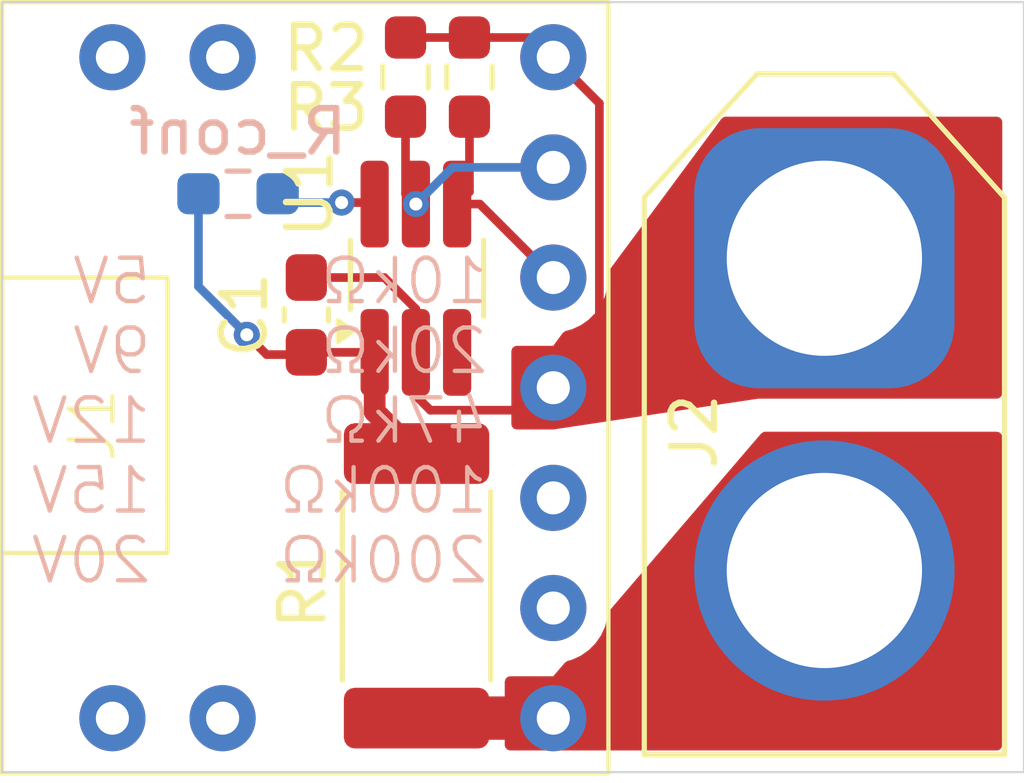
<source format=kicad_pcb>
(kicad_pcb (version 20240108) (generator "pcbnew") (generator_version "8.0")
  (layers (0 "F.Cu" signal) (31 "B.Cu" signal) (34 "B.Paste" user) (35 "F.Paste" user) (36 "B.SilkS" user "B.Silkscreen") (37 "F.SilkS" user "F.Silkscreen") (38 "B.Mask" user) (39 "F.Mask" user) (44 "Edge.Cuts" user))
  (net 0 "")
  (net 1 "Net-(U1-VDD)")
  (net 2 "GND")
  (net 4 "VBUS")
  (net 6 "Net-(J1-CC2)")
  (net 7 "Net-(J1-CC1)")
  (net 8 "Net-(U1-CFG)")
  (footprint "USB_DIP:USB_DIP" (layer "F.Cu") (at 55.2212 53.9512 180)
    (property "Reference" "J1" (at 11.8888 8.028 90) (layer "F.SilkS") (effects (font (thickness 0.1))))
    (property "Value" "~")
    (fp_rect (start 10.16 5.08) (end 13.97 11.43) (stroke (width 0.1)) (fill none) (layer "F.SilkS"))
    (fp_rect (start 0 0) (end 13.97 17.78) (stroke (width 0.1)) (fill none) (layer "F.SilkS"))
    (pad "1" thru_hole circle (at 1.27 1.27 180) (size 1.524 1.524) (drill 0.762) (layers "*.Cu" "*.Mask") (net 4 "VBUS"))
    (pad "2" thru_hole circle (at 1.27 3.81 180) (size 1.524 1.524) (drill 0.762) (layers "*.Cu" "*.Mask"))
    (pad "3" thru_hole circle (at 1.27 6.35 180) (size 1.524 1.524) (drill 0.762) (layers "*.Cu" "*.Mask"))
    (pad "4" thru_hole circle (at 1.27 8.89 180) (size 1.524 1.524) (drill 0.762) (layers "*.Cu" "*.Mask") (net 2 "GND"))
    (pad "5" thru_hole circle (at 1.27 11.43 180) (size 1.524 1.524) (drill 0.762) (layers "*.Cu" "*.Mask") (net 7 "Net-(J1-CC1)"))
    (pad "6" thru_hole circle (at 1.27 13.97 180) (size 1.524 1.524) (drill 0.762) (layers "*.Cu" "*.Mask") (net 6 "Net-(J1-CC2)"))
    (pad "7" thru_hole circle (at 1.27 16.51 180) (size 1.524 1.524) (drill 0.762) (layers "*.Cu" "*.Mask") (net 2 "GND"))
    (pad "8" thru_hole circle (at 8.89 1.27 180) (size 1.524 1.524) (drill 0.762) (layers "*.Cu" "*.Mask"))
    (pad "9" thru_hole circle (at 11.43 1.27 180) (size 1.524 1.524) (drill 0.762) (layers "*.Cu" "*.Mask"))
    (pad "10" thru_hole circle (at 8.89 16.51 180) (size 1.524 1.524) (drill 0.762) (layers "*.Cu" "*.Mask"))
    (pad "11" thru_hole circle (at 11.43 16.51 180) (size 1.524 1.524) (drill 0.762) (layers "*.Cu" "*.Mask"))
  )
  (footprint "Connector_AMASS:AMASS_XT60-M_1x02_P7.20mm_Vertical" (layer "F.Cu") (at 60.198 42.076 -90)
    (property "Reference" "J2" (at 3.9996 2.9972 90) (layer "F.SilkS"))
    (property "Value" "Conn_01x02")
    (fp_line (start -1.4 4.15) (end 11.45 4.15) (stroke (width 0.12)) (layer "F.SilkS"))
    (fp_line (start 11.45 4.15) (end 11.45 -4.15) (stroke (width 0.12)) (layer "F.SilkS"))
    (fp_line (start -4.25 1.55) (end -1.4 4.15) (stroke (width 0.12)) (layer "F.SilkS"))
    (fp_line (start -4.25 -1.6) (end -4.25 1.55) (stroke (width 0.12)) (layer "F.SilkS"))
    (fp_line (start -1.4 -4.15) (end -4.25 -1.6) (stroke (width 0.12)) (layer "F.SilkS"))
    (fp_line (start 11.45 -4.15) (end -1.4 -4.15) (stroke (width 0.12)) (layer "F.SilkS"))
    (pad "1" thru_hole roundrect (at 0 0 270) (size 6 6) (drill 4.5) (layers "*.Cu" "*.Mask") (net 2 "GND"))
    (pad "2" thru_hole circle (at 7.2 0 270) (size 6 6) (drill 4.5) (layers "*.Cu" "*.Mask") (net 4 "VBUS"))
  )
  (footprint "Resistor_SMD:R_0603_1608Metric_Pad0.98x0.95mm_HandSolder" (layer "F.Cu") (at 50.546 37.8987 90)
    (property "Reference" "R3" (at -0.7093 -1.8288 0) (layer "F.SilkS"))
    (property "Value" "5.1k")
    (fp_line (start -0.254724 -0.5225) (end 0.254724 -0.5225) (stroke (width 0.12)) (layer "F.SilkS"))
    (fp_line (start -0.254724 0.5225) (end 0.254724 0.5225) (stroke (width 0.12)) (layer "F.SilkS"))
    (pad "1" smd roundrect (at -0.9125 0 90) (size 0.975 0.95) (layers "F.Cu" "F.Paste" "F.Mask") (net 6 "Net-(J1-CC2)"))
    (pad "2" smd roundrect (at 0.9125 0 90) (size 0.975 0.95) (layers "F.Cu" "F.Paste" "F.Mask") (net 2 "GND"))
  )
  (footprint "Capacitor_SMD:C_0603_1608Metric_Pad1.08x0.95mm_HandSolder" (layer "F.Cu") (at 48.26 43.3832 90)
    (property "Reference" "C1" (at 0 -1.43 90) (layer "F.SilkS"))
    (property "Value" "1uF")
    (fp_line (start -0.146267 -0.51) (end 0.146267 -0.51) (stroke (width 0.12)) (layer "F.SilkS"))
    (fp_line (start -0.146267 0.51) (end 0.146267 0.51) (stroke (width 0.12)) (layer "F.SilkS"))
    (pad "1" smd roundrect (at -0.8625 0 90) (size 1.075 0.95) (layers "F.Cu" "F.Paste" "F.Mask") (net 1 "Net-(U1-VDD)"))
    (pad "2" smd roundrect (at 0.8625 0 90) (size 1.075 0.95) (layers "F.Cu" "F.Paste" "F.Mask") (net 2 "GND"))
  )
  (footprint "Package_TO_SOT_SMD:TSOT-23-6_HandSoldering" (layer "F.Cu") (at 50.7848 42.5368 90)
    (property "Reference" "U1" (at 1.9476 -2.4477 90) (layer "F.SilkS"))
    (property "Value" "~")
    (fp_line (start 0.08 -1.51) (end 0.88 -1.51) (stroke (width 0.12)) (layer "F.SilkS"))
    (fp_line (start 0.08 -1.51) (end -0.72 -1.51) (stroke (width 0.12)) (layer "F.SilkS"))
    (fp_line (start -0.88 1.56) (end 0.88 1.56) (stroke (width 0.12)) (layer "F.SilkS"))
    (fp_poly (pts (xy -1.22 -1.46) (xy -1.46 -1.79) (xy -0.98 -1.79) (xy -1.22 -1.46)) (stroke (width 0.12)) (fill solid) (layer "F.SilkS"))
    (pad "1" smd roundrect (at -1.71 -0.95 90) (size 2 0.65) (layers "F.Cu" "F.Paste" "F.Mask") (net 1 "Net-(U1-VDD)"))
    (pad "2" smd roundrect (at -1.71 0 90) (size 2 0.65) (layers "F.Cu" "F.Paste" "F.Mask") (net 2 "GND"))
    (pad "3" smd roundrect (at -1.71 0.95 90) (size 2 0.65) (layers "F.Cu" "F.Paste" "F.Mask"))
    (pad "4" smd roundrect (at 1.71 0.95 90) (size 2 0.65) (layers "F.Cu" "F.Paste" "F.Mask") (net 7 "Net-(J1-CC1)"))
    (pad "5" smd roundrect (at 1.71 0 90) (size 2 0.65) (layers "F.Cu" "F.Paste" "F.Mask") (net 6 "Net-(J1-CC2)"))
    (pad "6" smd roundrect (at 1.71 -0.95 90) (size 2 0.65) (layers "F.Cu" "F.Paste" "F.Mask") (net 8 "Net-(U1-CFG)"))
  )
  (footprint "Resistor_SMD:R_2512_6332Metric_Pad1.40x3.35mm_HandSolder" (layer "F.Cu") (at 50.8 49.6296 90)
    (property "Reference" "R1" (at 0 -2.62 90) (layer "F.SilkS"))
    (property "Value" "1k")
    (fp_line (start -2.177064 -1.71) (end 2.177064 -1.71) (stroke (width 0.12)) (layer "F.SilkS"))
    (fp_line (start -2.177064 1.71) (end 2.177064 1.71) (stroke (width 0.12)) (layer "F.SilkS"))
    (pad "1" smd roundrect (at -3.05 0 90) (size 1.4 3.35) (layers "F.Cu" "F.Paste" "F.Mask") (roundrect_rratio 0.178571) (net 4 "VBUS"))
    (pad "2" smd roundrect (at 3.05 0 90) (size 1.4 3.35) (layers "F.Cu" "F.Paste" "F.Mask") (roundrect_rratio 0.178571) (net 1 "Net-(U1-VDD)"))
  )
  (footprint "Resistor_SMD:R_0603_1608Metric_Pad0.98x0.95mm_HandSolder" (layer "F.Cu") (at 52.0192 37.8987 90)
    (property "Reference" "R2" (at 0.6623 -3.302 0) (layer "F.SilkS"))
    (property "Value" "5.1k")
    (fp_line (start -0.254724 -0.5225) (end 0.254724 -0.5225) (stroke (width 0.12)) (layer "F.SilkS"))
    (fp_line (start -0.254724 0.5225) (end 0.254724 0.5225) (stroke (width 0.12)) (layer "F.SilkS"))
    (pad "1" smd roundrect (at -0.9125 0 90) (size 0.975 0.95) (layers "F.Cu" "F.Paste" "F.Mask") (net 7 "Net-(J1-CC1)"))
    (pad "2" smd roundrect (at 0.9125 0 90) (size 0.975 0.95) (layers "F.Cu" "F.Paste" "F.Mask") (net 2 "GND"))
  )
  (footprint "Resistor_SMD:R_0603_1608Metric_Pad0.98x0.95mm_HandSolder" (layer "B.Cu") (at 46.6871 40.5892 180)
    (property "Reference" "R_conf" (at 0 1.43 0) (layer "B.SilkS") (effects (justify mirror)))
    (property "Value" "10k~200k")
    (fp_line (start 0.254724 0.5225) (end -0.254724 0.5225) (stroke (width 0.12)) (layer "B.SilkS"))
    (fp_line (start 0.254724 -0.5225) (end -0.254724 -0.5225) (stroke (width 0.12)) (layer "B.SilkS"))
    (pad "1" smd roundrect (at -0.9125 0 180) (size 0.975 0.95) (layers "B.Cu" "B.Paste" "B.Mask") (net 8 "Net-(U1-CFG)"))
    (pad "2" smd roundrect (at 0.9125 0 180) (size 0.975 0.95) (layers "B.Cu" "B.Paste" "B.Mask") (net 1 "Net-(U1-VDD)"))
  )
  (gr_rect (start 41.2512 36.1712) (end 64.798 53.926) (stroke (width 0.05)) (fill none) (layer "Edge.Cuts"))
  (gr_text "10kΩ	5V\n20kΩ	9V\n47kΩ	12V\n100kΩ	15V\n200kΩ	20V" (at 52.51 49.6296 0) (layer "B.SilkS") (effects (font (size 1 1) (thickness 0.1)) (justify left bottom mirror)))
  (segment (start 48.2081 44.2976) (end 48.26 44.2457) (width 0.2) (layer "F.Cu") (net 1))
  (segment (start 49.8348 45.6144) (end 49.8348 44.2468) (width 0.5) (layer "F.Cu") (net 1))
  (segment (start 48.26 44.2457) (end 49.8337 44.2457) (width 0.2) (layer "F.Cu") (net 1))
  (segment (start 50.8 46.5796) (end 49.8348 45.6144) (width 0.5) (layer "F.Cu") (net 1))
  (segment (start 46.8884 43.8404) (end 47.3456 44.2976) (width 0.2) (layer "F.Cu") (net 1))
  (segment (start 47.3456 44.2976) (end 48.2081 44.2976) (width 0.2) (layer "F.Cu") (net 1))
  (segment (start 49.8337 44.2457) (end 49.8348 44.2468) (width 0.2) (layer "F.Cu") (net 1))
  (via (at 46.8884 43.8404) (size 0.6) (drill 0.3) (layers "F.Cu" "B.Cu") (net 1))
  (segment (start 45.7746 40.5892) (end 45.7746 42.7266) (width 0.2) (layer "B.Cu") (net 1))
  (segment (start 45.7746 42.7266) (end 46.8884 43.8404) (width 0.2) (layer "B.Cu") (net 1))
  (segment (start 53.4328 45.5796) (end 53.9512 45.0612) (width 0.2) (layer "F.Cu") (net 2))
  (segment (start 53.4962 36.9862) (end 53.9512 37.4412) (width 0.2) (layer "F.Cu") (net 2))
  (segment (start 55.0132 43.9992) (end 53.9512 45.0612) (width 0.2) (layer "F.Cu") (net 2))
  (segment (start 50.7848 44.2468) (end 50.7848 45.246799) (width 0.2) (layer "F.Cu") (net 2))
  (segment (start 50.7848 44.2468) (end 50.7848 43.246801) (width 0.2) (layer "F.Cu") (net 2))
  (segment (start 50.7848 43.246801) (end 50.058699 42.5207) (width 0.2) (layer "F.Cu") (net 2))
  (segment (start 51.117601 45.5796) (end 53.4328 45.5796) (width 0.2) (layer "F.Cu") (net 2))
  (segment (start 50.546 36.9862) (end 52.0192 36.9862) (width 0.2) (layer "F.Cu") (net 2))
  (segment (start 55.0132 38.5032) (end 55.0132 43.9992) (width 0.2) (layer "F.Cu") (net 2))
  (segment (start 50.058699 42.5207) (end 48.26 42.5207) (width 0.2) (layer "F.Cu") (net 2))
  (segment (start 53.9512 37.4412) (end 55.0132 38.5032) (width 0.2) (layer "F.Cu") (net 2))
  (segment (start 50.7848 45.246799) (end 51.117601 45.5796) (width 0.2) (layer "F.Cu") (net 2))
  (segment (start 52.0192 36.9862) (end 53.4962 36.9862) (width 0.2) (layer "F.Cu") (net 2))
  (segment (start 50.8 52.6796) (end 53.9496 52.6796) (width 1) (layer "F.Cu") (net 4))
  (segment (start 53.9496 52.6796) (end 53.9512 52.6812) (width 1) (layer "F.Cu") (net 4))
  (segment (start 50.546 38.8112) (end 50.546 40.588) (width 0.2) (layer "F.Cu") (net 6))
  (segment (start 50.546 40.588) (end 50.7848 40.8268) (width 0.2) (layer "F.Cu") (net 6))
  (via (at 50.7848 40.8268) (size 0.6) (drill 0.3) (layers "F.Cu" "B.Cu") (net 6))
  (segment (start 51.6304 39.9812) (end 53.9512 39.9812) (width 0.2) (layer "B.Cu") (net 6))
  (segment (start 50.7848 40.8268) (end 51.6304 39.9812) (width 0.2) (layer "B.Cu") (net 6))
  (segment (start 52.2568 40.8268) (end 51.7348 40.8268) (width 0.2) (layer "F.Cu") (net 7))
  (segment (start 52.0192 40.5424) (end 51.7348 40.8268) (width 0.2) (layer "F.Cu") (net 7))
  (segment (start 53.9512 42.5212) (end 52.2568 40.8268) (width 0.2) (layer "F.Cu") (net 7))
  (segment (start 52.0192 38.8112) (end 52.0192 40.5424) (width 0.2) (layer "F.Cu") (net 7))
  (segment (start 49.8004 40.7924) (end 49.8348 40.8268) (width 0.2) (layer "F.Cu") (net 8))
  (segment (start 49.0728 40.7924) (end 49.8004 40.7924) (width 0.2) (layer "F.Cu") (net 8))
  (via (at 49.0728 40.7924) (size 0.6) (drill 0.3) (layers "F.Cu" "B.Cu") (net 8))
  (segment (start 47.5996 40.5892) (end 47.8028 40.7924) (width 0.2) (layer "B.Cu") (net 8))
  (segment (start 47.8028 40.7924) (end 49.0728 40.7924) (width 0.2) (layer "B.Cu") (net 8))
  (zone (net 2) (net_name "GND") (layer "F.Cu") (priority 1) (connect_pads yes (clearance 0.5)) (min_thickness 0.25) (fill yes (thermal_gap 0.5) (thermal_bridge_width 0.5))
    (polygon (pts (xy 53.9496 46.0248) (xy 52.9844 46.0248) (xy 52.9844 44.0944) (xy 53.9496 44.0944) (xy 57.8612 38.8112) (xy 64.8208 38.8112) (xy 64.8208 45.3136) (xy 58.674 45.3136)))
  )
  (zone (net 4) (net_name "VBUS") (layer "F.Cu") (connect_pads yes (clearance 0.5)) (min_thickness 0.25) (fill yes (thermal_gap 0.5) (thermal_bridge_width 0.5))
    (polygon (pts (xy 64.798 53.926) (xy 52.832 53.9496) (xy 52.832 51.7144) (xy 53.9496 51.7144) (xy 58.7756 46.0756) (xy 64.8208 46.0756)))
  )
)
</source>
